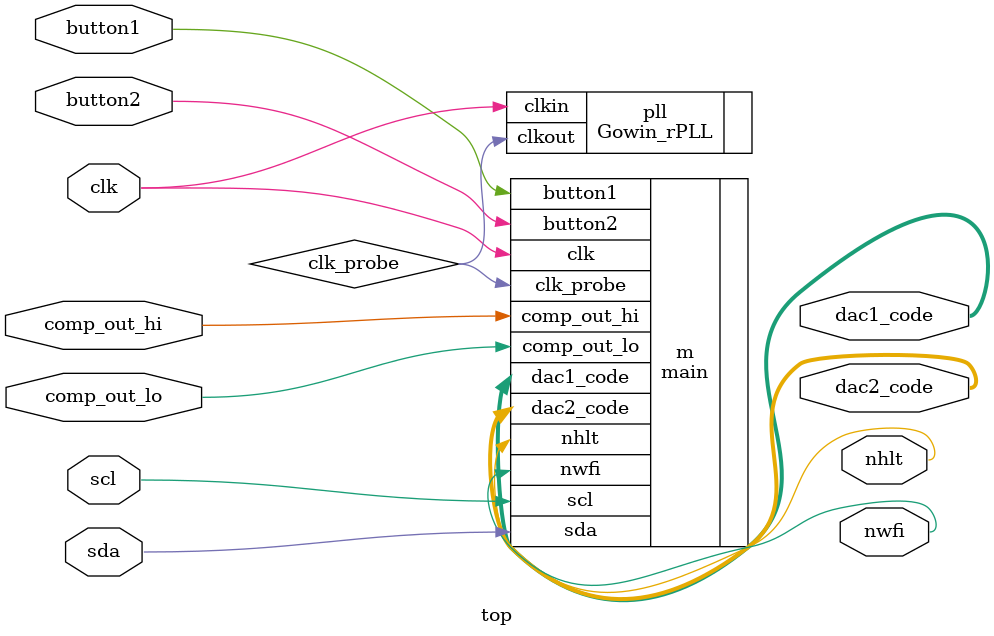
<source format=v>
module top
(
    input wire clk,
    output wire nhlt,
    output wire nwfi,
    inout wire scl,
    inout wire sda,
    input wire button1,
    input wire button2,
    output wire [4:0] dac1_code,
    output wire [4:0] dac2_code,
    input wire comp_out_hi,
    input wire comp_out_lo
);
    wire clk_probe;

    Gowin_rPLL pll(
        .clkout(clk_probe), //output clkout
        .clkin(clk) //input clkin
    );

    main #(.TIME_PERIOD(12900000)) m(.clk(clk), .nhlt(nhlt), .nwfi(nwfi), .scl(scl), .sda(sda), .button1(button1), .button2(button2),
                                        .dac1_code(dac1_code), .dac2_code(dac2_code), .comp_out_hi(comp_out_hi), .comp_out_lo(comp_out_lo), .clk_probe(clk_probe));

endmodule

</source>
